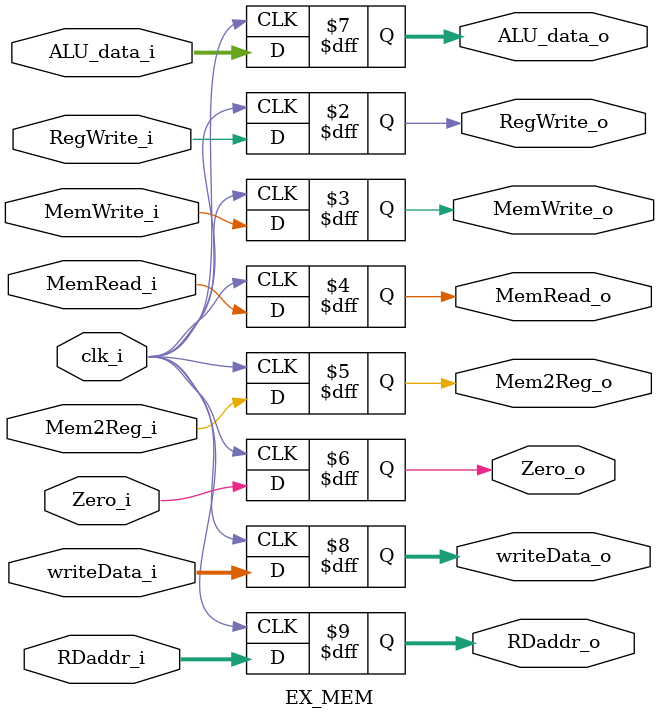
<source format=v>
module EX_MEM(
    clk_i      ,
    RegWrite_i ,
    MemWrite_i ,
    MemRead_i  ,
    Mem2Reg_i  ,
    RegWrite_o ,
    MemWrite_o ,
    MemRead_o  ,
    Mem2Reg_o  ,

    Zero_i     ,
    ALU_data_i ,
    writeData_i,
    RDaddr_i   ,
    Zero_o     ,
    ALU_data_o ,
    writeData_o,
    RDaddr_o   ,
);

input clk_i;
input RegWrite_i, MemWrite_i, MemRead_i, Mem2Reg_i;
output reg RegWrite_o, MemWrite_o, MemRead_o, Mem2Reg_o;

input                 Zero_i;
input       [31:0]    ALU_data_i, writeData_i;
input       [4:0]     RDaddr_i;

output reg            Zero_o;
output reg  [31:0]    ALU_data_o, writeData_o;
output reg  [4:0]     RDaddr_o;


always @(posedge clk_i) begin
    RegWrite_o = RegWrite_i; 
    MemWrite_o = MemWrite_i; 
    MemRead_o = MemRead_i; 
    Mem2Reg_o = Mem2Reg_i;
    Zero_o = Zero_i;
    ALU_data_o = ALU_data_i;
    writeData_o = writeData_i;
    RDaddr_o = RDaddr_i;
end
endmodule

</source>
